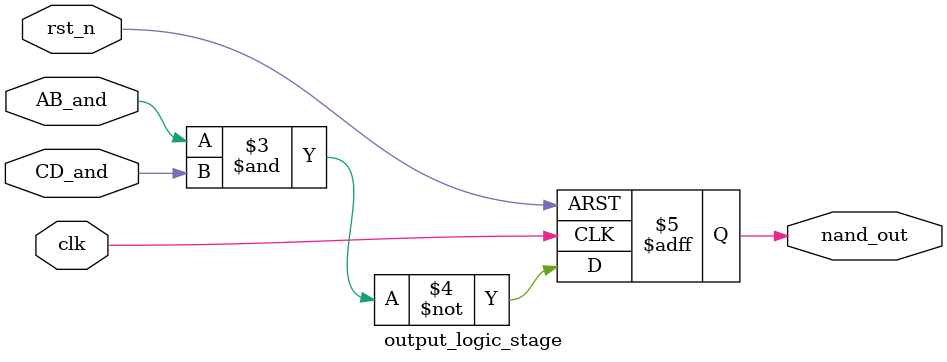
<source format=sv>

module nand4_1 (
    input  wire clk,    // Clock input for registering stages
    input  wire rst_n,  // Active-low reset
    input  wire A,      // Input signal A
    input  wire B,      // Input signal B
    input  wire C,      // Input signal C
    input  wire D,      // Input signal D
    output wire Y       // Output - NAND result
);
    // Internal connection signals
    wire stage1_A, stage1_B, stage1_C, stage1_D;
    wire stage2_AB, stage2_CD;
    wire stage3_result;

    // Instantiate input registration stage
    input_register_stage u_input_stage (
        .clk      (clk),
        .rst_n    (rst_n),
        .A        (A),
        .B        (B),
        .C        (C),
        .D        (D),
        .reg_A    (stage1_A),
        .reg_B    (stage1_B),
        .reg_C    (stage1_C),
        .reg_D    (stage1_D)
    );

    // Instantiate partial logic stage
    partial_logic_stage u_partial_stage (
        .clk      (clk),
        .rst_n    (rst_n),
        .A        (stage1_A),
        .B        (stage1_B),
        .C        (stage1_C),
        .D        (stage1_D),
        .AB_and   (stage2_AB),
        .CD_and   (stage2_CD)
    );

    // Instantiate output logic stage
    output_logic_stage u_output_stage (
        .clk      (clk),
        .rst_n    (rst_n),
        .AB_and   (stage2_AB),
        .CD_and   (stage2_CD),
        .nand_out (stage3_result)
    );

    // Assign registered output
    assign Y = stage3_result;

endmodule

//===================================================================
// Stage 1: Register and synchronize input signals
//===================================================================
module input_register_stage #(
    parameter RESET_VALUE = 1'b0
)(
    input  wire clk,     // Clock input
    input  wire rst_n,   // Active-low reset
    input  wire A,       // Input signal A
    input  wire B,       // Input signal B
    input  wire C,       // Input signal C
    input  wire D,       // Input signal D
    output reg  reg_A,   // Registered A
    output reg  reg_B,   // Registered B
    output reg  reg_C,   // Registered C
    output reg  reg_D    // Registered D
);

    // Register all input signals on clock edge
    always @(posedge clk or negedge rst_n) begin
        if (!rst_n) begin
            reg_A <= RESET_VALUE;
            reg_B <= RESET_VALUE;
            reg_C <= RESET_VALUE;
            reg_D <= RESET_VALUE;
        end else begin
            reg_A <= A;
            reg_B <= B;
            reg_C <= C;
            reg_D <= D;
        end
    end

endmodule

//===================================================================
// Stage 2: Compute partial AND operations
//===================================================================
module partial_logic_stage #(
    parameter RESET_VALUE = 1'b0
)(
    input  wire clk,     // Clock input
    input  wire rst_n,   // Active-low reset
    input  wire A,       // Registered input A
    input  wire B,       // Registered input B
    input  wire C,       // Registered input C
    input  wire D,       // Registered input D
    output reg  AB_and,  // A AND B result
    output reg  CD_and   // C AND D result
);

    // Compute and register partial products
    always @(posedge clk or negedge rst_n) begin
        if (!rst_n) begin
            AB_and <= RESET_VALUE;
            CD_and <= RESET_VALUE;
        end else begin
            AB_and <= A & B;
            CD_and <= C & D;
        end
    end

endmodule

//===================================================================
// Stage 3: Final NAND computation
//===================================================================
module output_logic_stage #(
    parameter RESET_VALUE = 1'b1  // Default NAND output is 1
)(
    input  wire clk,      // Clock input
    input  wire rst_n,    // Active-low reset
    input  wire AB_and,   // A AND B result
    input  wire CD_and,   // C AND D result
    output reg  nand_out  // Final NAND output
);

    // Compute final NAND operation
    always @(posedge clk or negedge rst_n) begin
        if (!rst_n) begin
            nand_out <= RESET_VALUE;
        end else begin
            nand_out <= ~(AB_and & CD_and);
        end
    end

endmodule
</source>
